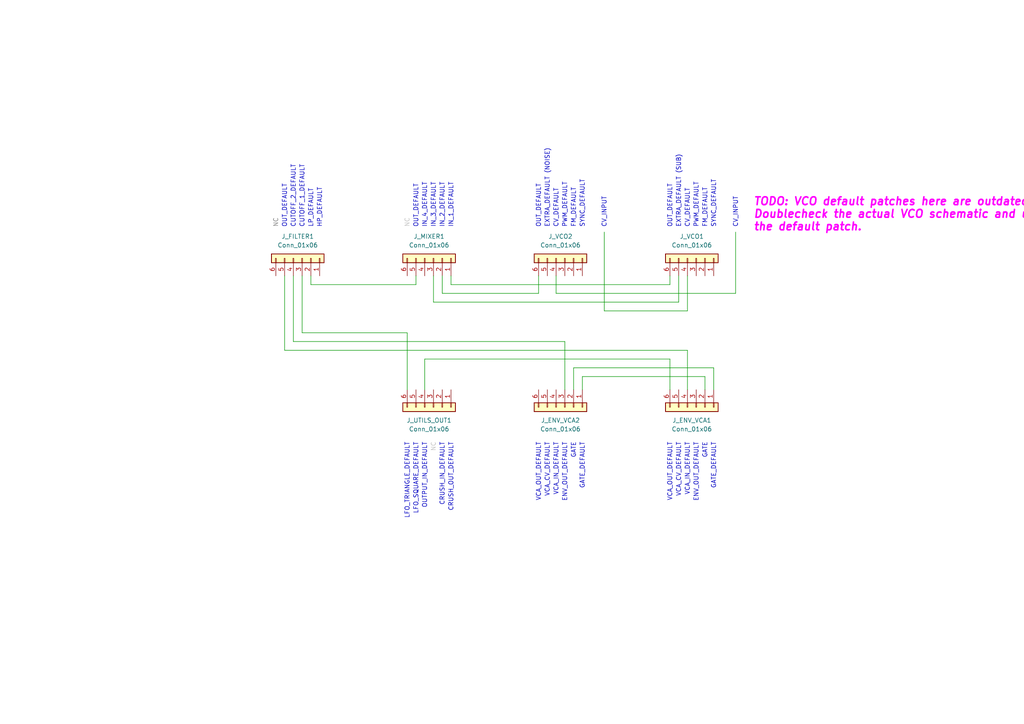
<source format=kicad_sch>
(kicad_sch (version 20250114) (generator "eeschema") (generator_version "9.0")
  (paper "A4")
  (lib_symbols
    (symbol "Connector_Generic:Conn_01x06" (pin_names (offset 1.016) (hide yes))
      (property "Reference" "J" (at 0 7.62 0))
      (property "Value" "Conn_01x06" (at 0 -10.16 0))
      (symbol "Conn_01x06_1_1"
        (rectangle (start -1.27 6.35) (end 1.27 -8.89) (stroke (width 0.254)) (fill (type background)))
        (rectangle (start -1.27 5.207) (end 0 4.953) (stroke (width 0.1524)))
        (rectangle (start -1.27 2.667) (end 0 2.413) (stroke (width 0.1524)))
        (rectangle (start -1.27 0.127) (end 0 -0.127) (stroke (width 0.1524)))
        (rectangle (start -1.27 -2.413) (end 0 -2.667) (stroke (width 0.1524)))
        (rectangle (start -1.27 -4.953) (end 0 -5.207) (stroke (width 0.1524)))
        (rectangle (start -1.27 -7.493) (end 0 -7.747) (stroke (width 0.1524)))
        (pin passive line (at -5.08 5.08 0) (length 3.81) (name "Pin_1") (number "1"))
        (pin passive line (at -5.08 2.54 0) (length 3.81) (name "Pin_2") (number "2"))
        (pin passive line (at -5.08 0 0) (length 3.81) (name "Pin_3") (number "3"))
        (pin passive line (at -5.08 -2.54 0) (length 3.81) (name "Pin_4") (number "4"))
        (pin passive line (at -5.08 -5.08 0) (length 3.81) (name "Pin_5") (number "5"))
        (pin passive line (at -5.08 -7.62 0) (length 3.81) (name "Pin_6") (number "6"))
      )
    )
  )
  (text "FM_DEFAULT" (at 166.37 66.04 90) (effects (font (size 1.27 1.27)) (justify left)))
  (text "HP_DEFAULT" (at 92.71 66.04 90) (effects (font (size 1.27 1.27)) (justify left)))
  (text "OUT_DEFAULT" (at 156.21 66.04 90) (effects (font (size 1.27 1.27)) (justify left)))
  (text "SYNC_DEFAULT\n" (at 207.01 66.04 90) (effects (font (size 1.27 1.27)) (justify left)))
  (text "GATE_DEFAULT" (at 168.91 128.27 90) (effects (font (size 1.27 1.27)) (justify right)))
  (text "OUT_DEFAULT" (at 120.65 66.04 90) (effects (font (size 1.27 1.27)) (justify left)))
  (text "FM_DEFAULT" (at 204.47 66.04 90) (effects (font (size 1.27 1.27)) (justify left)))
  (text "NC" (at 118.11 66.04 90) (effects (font (size 1.27 1.27)) (justify left)))
  (text "CV_DEFAULT" (at 199.39 66.04 90) (effects (font (size 1.27 1.27)) (justify left)))
  (text "PWM_DEFAULT" (at 163.83 66.04 90) (effects (font (size 1.27 1.27)) (justify left)))
  (text "VCA_CV_DEFAULT" (at 196.85 128.27 90) (effects (font (size 1.27 1.27)) (justify right)))
  (text "IN_1_DEFAULT" (at 130.81 66.04 90) (effects (font (size 1.27 1.27)) (justify left)))
  (text "VCA_OUT_DEFAULT" (at 156.21 128.27 90) (effects (font (size 1.27 1.27)) (justify right)))
  (text "CV_DEFAULT" (at 161.29 66.04 90) (effects (font (size 1.27 1.27)) (justify left)))
  (text "PWM_DEFAULT" (at 201.93 66.04 90) (effects (font (size 1.27 1.27)) (justify left)))
  (text "VCA_IN_DEFAULT" (at 199.39 128.27 90) (effects (font (size 1.27 1.27)) (justify right)))
  (text "NC" (at 125.73 128.27 90) (effects (font (size 1.27 1.27)) (justify right)))
  (text "VCA_IN_DEFAULT" (at 161.29 128.27 90) (effects (font (size 1.27 1.27)) (justify right)))
  (text "CRUSH_OUT_DEFAULT" (at 130.81 128.27 90) (effects (font (size 1.27 1.27)) (justify right)))
  (text "OUTPUT_IN_DEFAULT" (at 123.19 128.27 90) (effects (font (size 1.27 1.27)) (justify right)))
  (text "GATE" (at 204.47 128.27 90) (effects (font (size 1.27 1.27)) (justify right)))
  (text "LP_DEFAULT" (at 90.17 66.04 90) (effects (font (size 1.27 1.27)) (justify left)))
  (text "LFO_TRIANGLE_DEFAULT" (at 118.11 128.27 90) (effects (font (size 1.27 1.27)) (justify right)))
  (text "OUT_DEFAULT" (at 194.31 66.04 90) (effects (font (size 1.27 1.27)) (justify left)))
  (text "IN_4_DEFAULT" (at 123.19 66.04 90) (effects (font (size 1.27 1.27)) (justify left)))
  (text "GATE_DEFAULT" (at 207.01 128.27 90) (effects (font (size 1.27 1.27)) (justify right)))
  (text "CV_INPUT" (at 213.36 66.04 90) (effects (font (size 1.27 1.27)) (justify left)))
  (text "CUTOFF_1_DEFAULT" (at 87.63 66.04 90) (effects (font (size 1.27 1.27)) (justify left)))
  (text "IN_2_DEFAULT" (at 128.27 66.04 90) (effects (font (size 1.27 1.27)) (justify left)))
  (text "GATE" (at 166.37 128.27 90) (effects (font (size 1.27 1.27)) (justify right)))
  (text "CRUSH_IN_DEFAULT" (at 128.27 128.27 90) (effects (font (size 1.27 1.27)) (justify right)))
  (text "SYNC_DEFAULT\n" (at 168.91 66.04 90) (effects (font (size 1.27 1.27)) (justify left)))
  (text "EXTRA_DEFAULT (NOISE)" (at 158.75 66.04 90) (effects (font (size 1.27 1.27)) (justify left)))
  (text "IN_3_DEFAULT" (at 125.73 66.04 90) (effects (font (size 1.27 1.27)) (justify left)))
  (text "CUTOFF_2_DEFAULT" (at 85.09 66.04 90) (effects (font (size 1.27 1.27)) (justify left)))
  (text "CV_INPUT" (at 175.26 66.04 90) (effects (font (size 1.27 1.27)) (justify left)))
  (text "VCA_OUT_DEFAULT" (at 194.31 128.27 90) (effects (font (size 1.27 1.27)) (justify right)))
  (text "TODO: VCO default patches here are outdated.\nDoublecheck the actual VCO schematic and upated\nthe default patch." (at 218.44 62.23 0) (effects (font (size 2.27 2.27) (thickness 0.454) (bold yes) (italic yes)) (justify left)))
  (text "NC" (at 80.01 66.04 90) (effects (font (size 1.27 1.27)) (justify left)))
  (text "ENV_OUT_DEFAULT" (at 201.93 128.27 90) (effects (font (size 1.27 1.27)) (justify right)))
  (text "VCA_CV_DEFAULT" (at 158.75 128.27 90) (effects (font (size 1.27 1.27)) (justify right)))
  (text "OUT_DEFAULT" (at 82.55 66.04 90) (effects (font (size 1.27 1.27)) (justify left)))
  (text "EXTRA_DEFAULT (SUB)" (at 196.85 66.04 90) (effects (font (size 1.27 1.27)) (justify left)))
  (text "ENV_OUT_DEFAULT" (at 163.83 128.27 90) (effects (font (size 1.27 1.27)) (justify right)))
  (text "LFO_SQUARE_DEFAULT" (at 120.65 128.27 90) (effects (font (size 1.27 1.27)) (justify right)))
  (wire (pts (xy 199.39 90.17) (xy 175.26 90.17)))
  (wire (pts (xy 204.47 109.22) (xy 168.91 109.22)))
  (wire (pts (xy 166.37 113.03) (xy 166.37 106.68)))
  (wire (pts (xy 118.11 96.52) (xy 87.63 96.52)))
  (wire (pts (xy 90.17 82.55) (xy 90.17 80.01)))
  (wire (pts (xy 118.11 113.03) (xy 118.11 96.52)))
  (wire (pts (xy 166.37 106.68) (xy 207.01 106.68)))
  (wire (pts (xy 128.27 85.09) (xy 128.27 80.01)))
  (wire (pts (xy 85.09 99.06) (xy 85.09 80.01)))
  (wire (pts (xy 194.31 104.14) (xy 123.19 104.14)))
  (wire (pts (xy 196.85 80.01) (xy 196.85 87.63)))
  (wire (pts (xy 194.31 80.01) (xy 194.31 82.55)))
  (wire (pts (xy 123.19 104.14) (xy 123.19 113.03)))
  (wire (pts (xy 213.36 67.31) (xy 213.36 85.09)))
  (wire (pts (xy 156.21 80.01) (xy 156.21 85.09)))
  (wire (pts (xy 175.26 67.31) (xy 175.26 90.17)))
  (wire (pts (xy 130.81 82.55) (xy 130.81 80.01)))
  (wire (pts (xy 82.55 101.6) (xy 199.39 101.6)))
  (wire (pts (xy 156.21 85.09) (xy 128.27 85.09)))
  (wire (pts (xy 196.85 87.63) (xy 125.73 87.63)))
  (wire (pts (xy 163.83 99.06) (xy 85.09 99.06)))
  (wire (pts (xy 207.01 106.68) (xy 207.01 113.03)))
  (wire (pts (xy 87.63 96.52) (xy 87.63 80.01)))
  (wire (pts (xy 120.65 82.55) (xy 90.17 82.55)))
  (wire (pts (xy 161.29 85.09) (xy 161.29 80.01)))
  (wire (pts (xy 194.31 82.55) (xy 130.81 82.55)))
  (wire (pts (xy 168.91 109.22) (xy 168.91 113.03)))
  (wire (pts (xy 199.39 80.01) (xy 199.39 90.17)))
  (wire (pts (xy 125.73 87.63) (xy 125.73 80.01)))
  (wire (pts (xy 163.83 113.03) (xy 163.83 99.06)))
  (wire (pts (xy 120.65 80.01) (xy 120.65 82.55)))
  (wire (pts (xy 82.55 80.01) (xy 82.55 101.6)))
  (wire (pts (xy 199.39 113.03) (xy 199.39 101.6)))
  (wire (pts (xy 194.31 113.03) (xy 194.31 104.14)))
  (wire (pts (xy 213.36 85.09) (xy 161.29 85.09)))
  (wire (pts (xy 204.47 113.03) (xy 204.47 109.22)))
  (symbol (lib_id "Connector_Generic:Conn_01x06") (at 201.93 74.93 270) (mirror x) (unit 1)
    (property "Reference" "J_VCO1" (at 200.66 68.58 90))
    (property "Value" "Conn_01x06" (at 200.66 71.12 90))
    (property "Description" "Generic connector, single row, 01x06, script generated (kicad-library-utils/schlib/autogen/connector/)" (effects (hide yes)))
  )
  (symbol (lib_id "Connector_Generic:Conn_01x06") (at 163.83 74.93 270) (mirror x) (unit 1)
    (property "Reference" "J_VCO2" (at 162.56 68.58 90))
    (property "Value" "Conn_01x06" (at 162.56 71.12 90))
    (property "Description" "Generic connector, single row, 01x06, script generated (kicad-library-utils/schlib/autogen/connector/)" (effects (hide yes)))
  )
  (symbol (lib_id "Connector_Generic:Conn_01x06") (at 87.63 74.93 270) (mirror x) (unit 1)
    (property "Reference" "J_FILTER1" (at 86.36 68.58 90))
    (property "Value" "Conn_01x06" (at 86.36 71.12 90))
    (property "Description" "Generic connector, single row, 01x06, script generated (kicad-library-utils/schlib/autogen/connector/)" (effects (hide yes)))
  )
  (symbol (lib_id "Connector_Generic:Conn_01x06") (at 125.73 118.11 270) (unit 1)
    (property "Reference" "J_UTILS_OUT1" (at 124.46 121.92 90))
    (property "Value" "Conn_01x06" (at 124.46 124.46 90))
    (property "Description" "Generic connector, single row, 01x06, script generated (kicad-library-utils/schlib/autogen/connector/)" (effects (hide yes)))
  )
  (symbol (lib_id "Connector_Generic:Conn_01x06") (at 163.83 118.11 270) (unit 1)
    (property "Reference" "J_ENV_VCA2" (at 162.56 121.92 90))
    (property "Value" "Conn_01x06" (at 162.56 124.46 90))
    (property "Description" "Generic connector, single row, 01x06, script generated (kicad-library-utils/schlib/autogen/connector/)" (effects (hide yes)))
  )
  (symbol (lib_id "Connector_Generic:Conn_01x06") (at 125.73 74.93 270) (mirror x) (unit 1)
    (property "Reference" "J_MIXER1" (at 124.46 68.58 90))
    (property "Value" "Conn_01x06" (at 124.46 71.12 90))
    (property "Description" "Generic connector, single row, 01x06, script generated (kicad-library-utils/schlib/autogen/connector/)" (effects (hide yes)))
  )
  (symbol (lib_id "Connector_Generic:Conn_01x06") (at 201.93 118.11 270) (unit 1)
    (property "Reference" "J_ENV_VCA1" (at 200.66 121.92 90))
    (property "Value" "Conn_01x06" (at 200.66 124.46 90))
    (property "Description" "Generic connector, single row, 01x06, script generated (kicad-library-utils/schlib/autogen/connector/)" (effects (hide yes)))
  )
)
</source>
